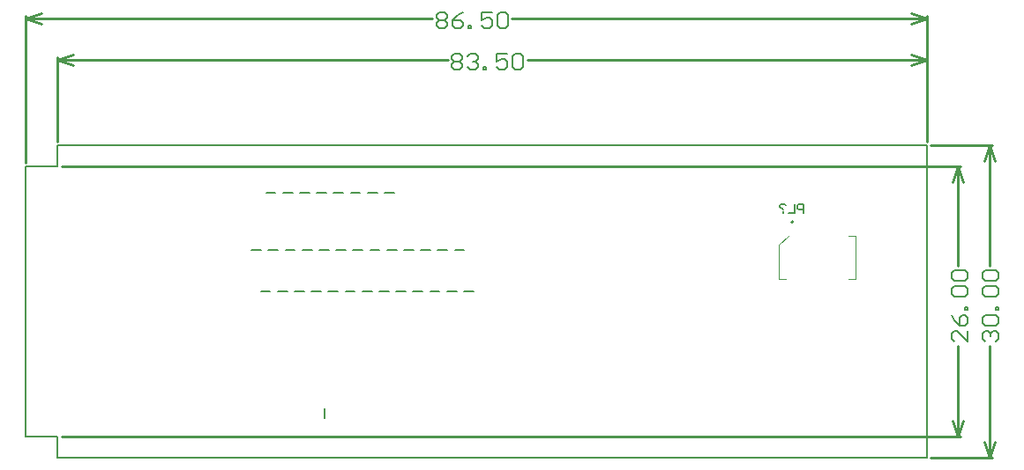
<source format=gbo>
G04*
G04 #@! TF.GenerationSoftware,Altium Limited,Altium Designer,22.6.1 (34)*
G04*
G04 Layer_Color=32896*
%FSLAX25Y25*%
%MOIN*%
G70*
G04*
G04 #@! TF.SameCoordinates,4A999195-7229-471D-A063-F470427C1832*
G04*
G04*
G04 #@! TF.FilePolarity,Positive*
G04*
G01*
G75*
%ADD11C,0.00394*%
%ADD13C,0.00787*%
%ADD14C,0.01000*%
%ADD15C,0.00800*%
%ADD16C,0.00600*%
D11*
X311024Y83858D02*
X313779D01*
Y67716D02*
Y83858D01*
X311024Y67716D02*
X313779D01*
X284646Y80512D02*
X288189Y83858D01*
X284646Y67716D02*
Y80512D01*
Y67716D02*
X287402D01*
D13*
X289370Y89173D02*
G03*
X290158Y89173I394J0D01*
G01*
D02*
G03*
X289370Y89173I-394J0D01*
G01*
X294000Y92700D02*
Y96045D01*
X292327D01*
X291770Y95488D01*
Y94373D01*
X292327Y93815D01*
X294000D01*
X290655Y96045D02*
Y92700D01*
X288424D01*
X287309Y95488D02*
X286752Y96045D01*
X285636D01*
X285079Y95488D01*
Y94930D01*
X286194Y93815D01*
Y93258D02*
Y92700D01*
X11836Y110261D02*
Y118135D01*
Y25D02*
Y7899D01*
X25D02*
X11836D01*
X25Y110261D02*
X11836D01*
Y25D02*
X340576D01*
Y118135D01*
X11836D02*
X340576D01*
X25Y7899D02*
Y110261D01*
D14*
X350362Y13874D02*
X352362Y7874D01*
X354362Y13874D01*
X352362Y110236D02*
X354362Y104236D01*
X350362D02*
X352362Y110236D01*
Y7874D02*
Y42360D01*
Y72551D02*
Y110236D01*
X13780Y7874D02*
X353362D01*
X13780Y110236D02*
X353362D01*
X11836Y150591D02*
X17836Y152591D01*
X11836Y150591D02*
X17836Y148591D01*
X334576D02*
X340576Y150591D01*
X334576Y152591D02*
X340576Y150591D01*
X11836D02*
X159511D01*
X189702D02*
X340576D01*
X11836Y119529D02*
Y151591D01*
X340576Y119529D02*
Y151591D01*
X364173Y118135D02*
X366173Y112135D01*
X362173D02*
X364173Y118135D01*
X362173Y6025D02*
X364173Y25D01*
X366173Y6025D01*
X364173Y72576D02*
Y118135D01*
Y25D02*
Y42384D01*
X341970Y118135D02*
X365173D01*
X341970Y25D02*
X365173D01*
X25Y166339D02*
X6025Y168339D01*
X25Y166339D02*
X6025Y164339D01*
X334576D02*
X340576Y166339D01*
X334576Y168339D02*
X340576Y166339D01*
X25D02*
X153605D01*
X183796D02*
X340576D01*
X25Y111655D02*
Y167339D01*
X340576Y119529D02*
Y167339D01*
D15*
X113025Y14987D02*
Y18587D01*
X140014Y62801D02*
X143614D01*
X146414D02*
X150014D01*
X133614D02*
X137214D01*
X152814D02*
X156414D01*
X159214D02*
X162814D01*
X165614D02*
X169214D01*
X127214D02*
X130814D01*
X88814D02*
X92414D01*
X95214D02*
X98814D01*
X101614D02*
X105214D01*
X108014D02*
X111614D01*
X114414D02*
X118014D01*
X120814D02*
X124414D01*
X149399Y78549D02*
X152999D01*
X136600D02*
X140199D01*
X142999D02*
X146599D01*
X162199D02*
X165799D01*
X155799D02*
X159399D01*
X130200D02*
X133800D01*
X117400D02*
X121000D01*
X123800D02*
X127400D01*
X111000D02*
X114600D01*
X104599D02*
X108200D01*
X91799D02*
X95399D01*
X85400D02*
X88999D01*
X98199D02*
X101799D01*
X97244Y100202D02*
X100844D01*
X110044D02*
X113644D01*
X103644D02*
X107244D01*
X90844D02*
X94444D01*
X135644D02*
X139244D01*
X116444D02*
X120044D01*
X122844D02*
X126444D01*
X129244D02*
X132844D01*
D16*
X355961Y47958D02*
Y43960D01*
X351962Y47958D01*
X350963D01*
X349963Y46959D01*
Y44959D01*
X350963Y43960D01*
X349963Y53956D02*
X350963Y51957D01*
X352962Y49957D01*
X354961D01*
X355961Y50957D01*
Y52957D01*
X354961Y53956D01*
X353962D01*
X352962Y52957D01*
Y49957D01*
X355961Y55956D02*
X354961D01*
Y56955D01*
X355961D01*
Y55956D01*
X350963Y60954D02*
X349963Y61954D01*
Y63953D01*
X350963Y64953D01*
X354961D01*
X355961Y63953D01*
Y61954D01*
X354961Y60954D01*
X350963D01*
Y66952D02*
X349963Y67952D01*
Y69951D01*
X350963Y70951D01*
X354961D01*
X355961Y69951D01*
Y67952D01*
X354961Y66952D01*
X350963D01*
X161110Y151990D02*
X162110Y152990D01*
X164110D01*
X165109Y151990D01*
Y150990D01*
X164110Y149991D01*
X165109Y148991D01*
Y147991D01*
X164110Y146992D01*
X162110D01*
X161110Y147991D01*
Y148991D01*
X162110Y149991D01*
X161110Y150990D01*
Y151990D01*
X162110Y149991D02*
X164110D01*
X167109Y151990D02*
X168108Y152990D01*
X170107D01*
X171107Y151990D01*
Y150990D01*
X170107Y149991D01*
X169108D01*
X170107D01*
X171107Y148991D01*
Y147991D01*
X170107Y146992D01*
X168108D01*
X167109Y147991D01*
X173107Y146992D02*
Y147991D01*
X174106D01*
Y146992D01*
X173107D01*
X182104Y152990D02*
X178105D01*
Y149991D01*
X180104Y150990D01*
X181104D01*
X182104Y149991D01*
Y147991D01*
X181104Y146992D01*
X179105D01*
X178105Y147991D01*
X184103Y151990D02*
X185103Y152990D01*
X187102D01*
X188102Y151990D01*
Y147991D01*
X187102Y146992D01*
X185103D01*
X184103Y147991D01*
Y151990D01*
X362774Y43984D02*
X361774Y44984D01*
Y46984D01*
X362774Y47983D01*
X363773D01*
X364773Y46984D01*
Y45984D01*
Y46984D01*
X365773Y47983D01*
X366773D01*
X367772Y46984D01*
Y44984D01*
X366773Y43984D01*
X362774Y49983D02*
X361774Y50982D01*
Y52982D01*
X362774Y53981D01*
X366773D01*
X367772Y52982D01*
Y50982D01*
X366773Y49983D01*
X362774D01*
X367772Y55981D02*
X366773D01*
Y56980D01*
X367772D01*
Y55981D01*
X362774Y60979D02*
X361774Y61979D01*
Y63978D01*
X362774Y64978D01*
X366773D01*
X367772Y63978D01*
Y61979D01*
X366773Y60979D01*
X362774D01*
Y66977D02*
X361774Y67977D01*
Y69976D01*
X362774Y70976D01*
X366773D01*
X367772Y69976D01*
Y67977D01*
X366773Y66977D01*
X362774D01*
X155205Y167738D02*
X156205Y168738D01*
X158204D01*
X159204Y167738D01*
Y166738D01*
X158204Y165739D01*
X159204Y164739D01*
Y163739D01*
X158204Y162740D01*
X156205D01*
X155205Y163739D01*
Y164739D01*
X156205Y165739D01*
X155205Y166738D01*
Y167738D01*
X156205Y165739D02*
X158204D01*
X165202Y168738D02*
X163202Y167738D01*
X161203Y165739D01*
Y163739D01*
X162203Y162740D01*
X164202D01*
X165202Y163739D01*
Y164739D01*
X164202Y165739D01*
X161203D01*
X167201Y162740D02*
Y163739D01*
X168201D01*
Y162740D01*
X167201D01*
X176198Y168738D02*
X172199D01*
Y165739D01*
X174199Y166738D01*
X175198D01*
X176198Y165739D01*
Y163739D01*
X175198Y162740D01*
X173199D01*
X172199Y163739D01*
X178198Y167738D02*
X179197Y168738D01*
X181196D01*
X182196Y167738D01*
Y163739D01*
X181196Y162740D01*
X179197D01*
X178198Y163739D01*
Y167738D01*
M02*

</source>
